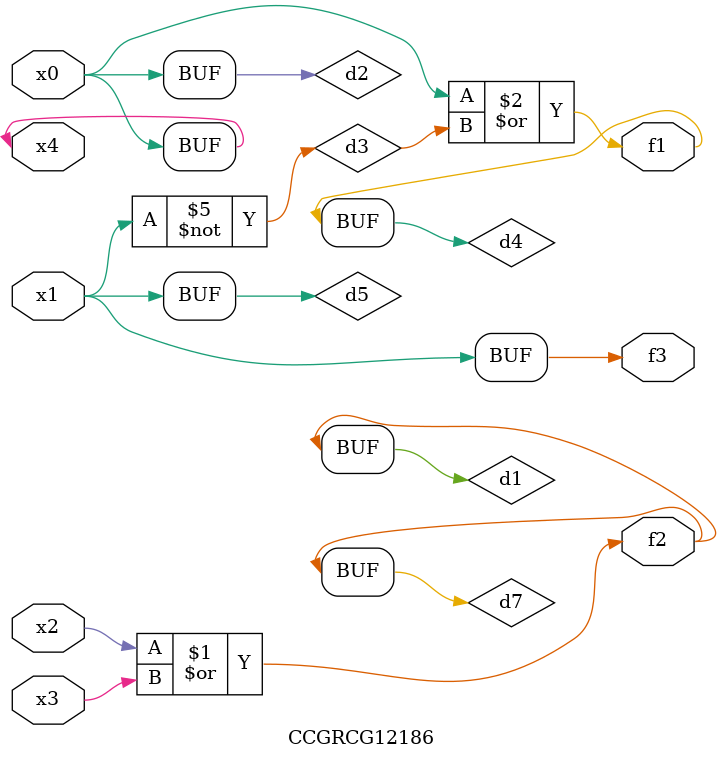
<source format=v>
module CCGRCG12186(
	input x0, x1, x2, x3, x4,
	output f1, f2, f3
);

	wire d1, d2, d3, d4, d5, d6, d7;

	or (d1, x2, x3);
	buf (d2, x0, x4);
	not (d3, x1);
	or (d4, d2, d3);
	not (d5, d3);
	nand (d6, d1, d3);
	or (d7, d1);
	assign f1 = d4;
	assign f2 = d7;
	assign f3 = d5;
endmodule

</source>
